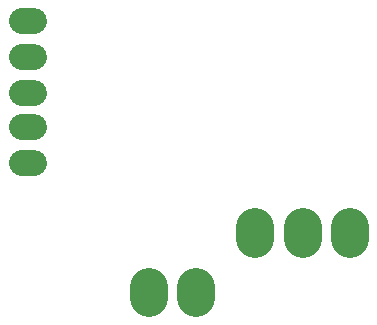
<source format=gbs>
G04 Layer: BottomSolderMaskLayer*
G04 EasyEDA v6.3.53, 2020-06-26T16:53:54--4:00*
G04 395d111042f2402990e7a52cfaf045f1,10*
G04 Gerber Generator version 0.2*
G04 Scale: 100 percent, Rotated: No, Reflected: No *
G04 Dimensions in millimeters *
G04 leading zeros omitted , absolute positions ,3 integer and 3 decimal *
%FSLAX33Y33*%
%MOMM*%
G90*
G71D02*

%ADD26C,2.203196*%
%ADD27C,3.203194*%

%LPD*%
G54D26*
G01X1966Y25482D02*
G01X2966Y25482D01*
G01X1966Y22434D02*
G01X2966Y22434D01*
G01X1966Y19386D02*
G01X2966Y19386D01*
G01X1966Y16465D02*
G01X2966Y16465D01*
G01X1966Y13417D02*
G01X2966Y13417D01*
G54D27*
G01X12716Y2974D02*
G01X12716Y1974D01*
G01X16715Y2974D02*
G01X16715Y1974D01*
G01X29715Y7974D02*
G01X29715Y6974D01*
G01X25715Y7974D02*
G01X25715Y6974D01*
G01X21715Y7974D02*
G01X21715Y6974D01*
M00*
M02*

</source>
